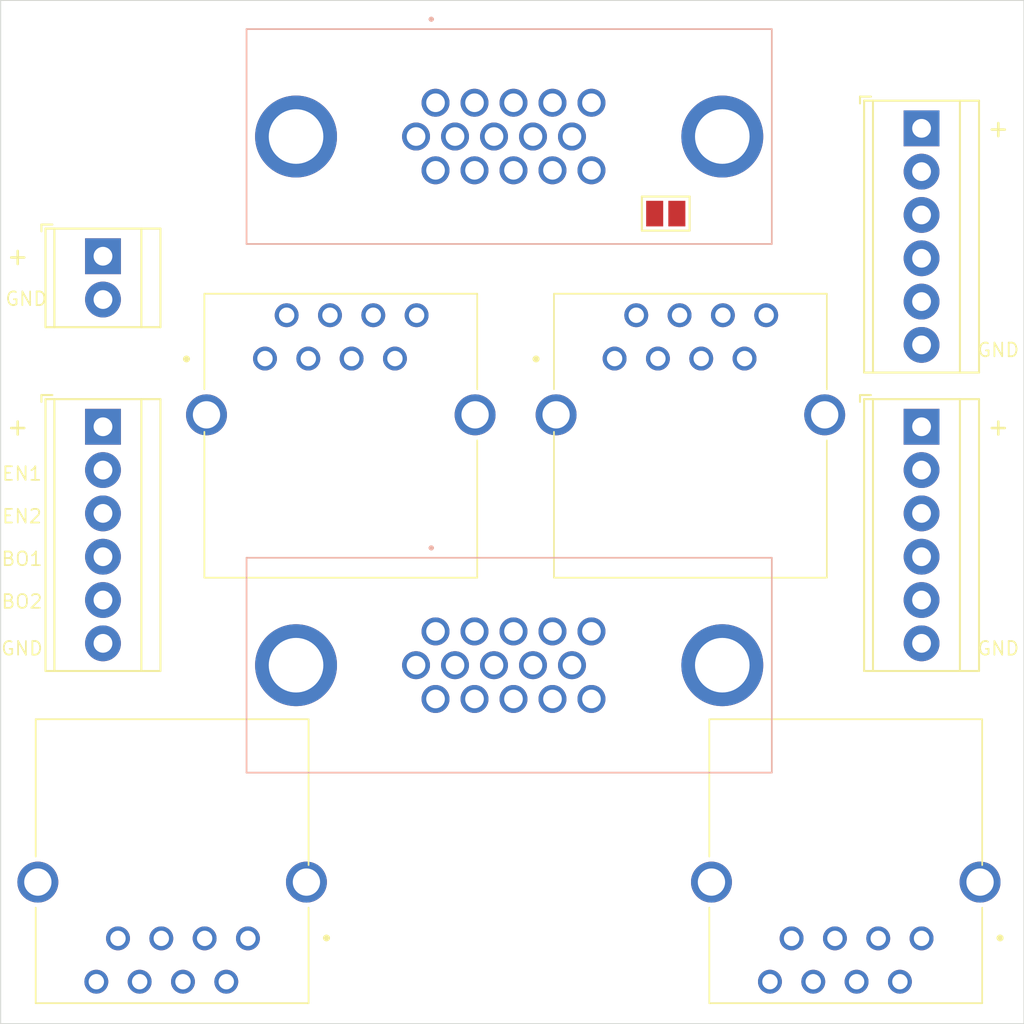
<source format=kicad_pcb>
(kicad_pcb (version 20171130) (host pcbnew "(5.1.7)-1")

  (general
    (thickness 1.6)
    (drawings 16)
    (tracks 0)
    (zones 0)
    (modules 11)
    (nets 31)
  )

  (page A4)
  (layers
    (0 F.Cu signal)
    (31 B.Cu signal)
    (32 B.Adhes user)
    (33 F.Adhes user)
    (34 B.Paste user)
    (35 F.Paste user)
    (36 B.SilkS user)
    (37 F.SilkS user)
    (38 B.Mask user)
    (39 F.Mask user)
    (40 Dwgs.User user)
    (41 Cmts.User user)
    (42 Eco1.User user)
    (43 Eco2.User user)
    (44 Edge.Cuts user)
    (45 Margin user)
    (46 B.CrtYd user)
    (47 F.CrtYd user)
    (48 B.Fab user)
    (49 F.Fab user hide)
  )

  (setup
    (last_trace_width 0.25)
    (trace_clearance 0.2)
    (zone_clearance 0.508)
    (zone_45_only no)
    (trace_min 0.2)
    (via_size 0.8)
    (via_drill 0.4)
    (via_min_size 0.4)
    (via_min_drill 0.3)
    (uvia_size 0.3)
    (uvia_drill 0.1)
    (uvias_allowed no)
    (uvia_min_size 0.2)
    (uvia_min_drill 0.1)
    (edge_width 0.05)
    (segment_width 0.2)
    (pcb_text_width 0.3)
    (pcb_text_size 1.5 1.5)
    (mod_edge_width 0.12)
    (mod_text_size 1 1)
    (mod_text_width 0.15)
    (pad_size 1.524 1.524)
    (pad_drill 0.762)
    (pad_to_mask_clearance 0)
    (aux_axis_origin 0 0)
    (visible_elements FFFFFF7F)
    (pcbplotparams
      (layerselection 0x010fc_ffffffff)
      (usegerberextensions false)
      (usegerberattributes true)
      (usegerberadvancedattributes true)
      (creategerberjobfile true)
      (excludeedgelayer true)
      (linewidth 0.100000)
      (plotframeref false)
      (viasonmask false)
      (mode 1)
      (useauxorigin false)
      (hpglpennumber 1)
      (hpglpenspeed 20)
      (hpglpendiameter 15.000000)
      (psnegative false)
      (psa4output false)
      (plotreference true)
      (plotvalue true)
      (plotinvisibletext false)
      (padsonsilk false)
      (subtractmaskfromsilk false)
      (outputformat 1)
      (mirror false)
      (drillshape 1)
      (scaleselection 1)
      (outputdirectory ""))
  )

  (net 0 "")
  (net 1 VIN)
  (net 2 GND)
  (net 3 USENS1)
  (net 4 USENS2)
  (net 5 DIN1)
  (net 6 DIN2)
  (net 7 DOUT4)
  (net 8 DOUT3)
  (net 9 DOUT2)
  (net 10 DOUT1)
  (net 11 BZZOUT2)
  (net 12 "Net-(J5-Pad12)")
  (net 13 "Net-(J5-Pad8)")
  (net 14 "Net-(J5-Pad7)")
  (net 15 EN2)
  (net 16 TXD2)
  (net 17 RXD2)
  (net 18 RXD1)
  (net 19 TXD1)
  (net 20 EN1)
  (net 21 CANLO)
  (net 22 CANHI)
  (net 23 CANTERM)
  (net 24 BZZOUT1)
  (net 25 "Net-(J7-Pad6)")
  (net 26 "Net-(J7-Pad5)")
  (net 27 "Net-(J9-Pad6)")
  (net 28 "Net-(J10-Pad5)")
  (net 29 "Net-(J10-Pad6)")
  (net 30 "Net-(J11-Pad6)")

  (net_class Default "This is the default net class."
    (clearance 0.2)
    (trace_width 0.25)
    (via_dia 0.8)
    (via_drill 0.4)
    (uvia_dia 0.3)
    (uvia_drill 0.1)
    (add_net BZZOUT1)
    (add_net BZZOUT2)
    (add_net CANHI)
    (add_net CANLO)
    (add_net CANTERM)
    (add_net DIN1)
    (add_net DIN2)
    (add_net DOUT1)
    (add_net DOUT2)
    (add_net DOUT3)
    (add_net DOUT4)
    (add_net EN1)
    (add_net EN2)
    (add_net GND)
    (add_net "Net-(J10-Pad5)")
    (add_net "Net-(J10-Pad6)")
    (add_net "Net-(J11-Pad6)")
    (add_net "Net-(J5-Pad12)")
    (add_net "Net-(J5-Pad7)")
    (add_net "Net-(J5-Pad8)")
    (add_net "Net-(J7-Pad5)")
    (add_net "Net-(J7-Pad6)")
    (add_net "Net-(J9-Pad6)")
    (add_net RXD1)
    (add_net RXD2)
    (add_net TXD1)
    (add_net TXD2)
    (add_net USENS1)
    (add_net USENS2)
    (add_net VIN)
  )

  (module TerminalBlock_TE-Connectivity:TerminalBlock_TE_282834-2_1x02_P2.54mm_Horizontal (layer F.Cu) (tedit 5B1EC513) (tstamp 60248123)
    (at 130.5 78 270)
    (descr "Terminal Block TE 282834-2, 2 pins, pitch 2.54mm, size 5.54x6.5mm^2, drill diamater 1.1mm, pad diameter 2.1mm, see http://www.te.com/commerce/DocumentDelivery/DDEController?Action=showdoc&DocId=Customer+Drawing%7F282834%7FC1%7Fpdf%7FEnglish%7FENG_CD_282834_C1.pdf, script-generated using https://github.com/pointhi/kicad-footprint-generator/scripts/TerminalBlock_TE-Connectivity")
    (tags "THT Terminal Block TE 282834-2 pitch 2.54mm size 5.54x6.5mm^2 drill 1.1mm pad 2.1mm")
    (path /601581C2)
    (fp_text reference J1 (at 1.27 -4.37 90) (layer F.Fab)
      (effects (font (size 1 1) (thickness 0.15)))
    )
    (fp_text value Screw_Terminal_01x02 (at 1.27 4.37 90) (layer F.Fab)
      (effects (font (size 1 1) (thickness 0.15)))
    )
    (fp_line (start 4.54 -3.75) (end -2 -3.75) (layer F.CrtYd) (width 0.05))
    (fp_line (start 4.54 3.75) (end 4.54 -3.75) (layer F.CrtYd) (width 0.05))
    (fp_line (start -2 3.75) (end 4.54 3.75) (layer F.CrtYd) (width 0.05))
    (fp_line (start -2 -3.75) (end -2 3.75) (layer F.CrtYd) (width 0.05))
    (fp_line (start -1.86 3.61) (end -1.46 3.61) (layer F.SilkS) (width 0.12))
    (fp_line (start -1.86 2.97) (end -1.86 3.61) (layer F.SilkS) (width 0.12))
    (fp_line (start 3.241 -0.835) (end 1.706 0.7) (layer F.Fab) (width 0.1))
    (fp_line (start 3.375 -0.7) (end 1.84 0.835) (layer F.Fab) (width 0.1))
    (fp_line (start 0.701 -0.835) (end -0.835 0.7) (layer F.Fab) (width 0.1))
    (fp_line (start 0.835 -0.7) (end -0.701 0.835) (layer F.Fab) (width 0.1))
    (fp_line (start 4.16 -3.37) (end 4.16 3.37) (layer F.SilkS) (width 0.12))
    (fp_line (start -1.62 -3.37) (end -1.62 3.37) (layer F.SilkS) (width 0.12))
    (fp_line (start -1.62 3.37) (end 4.16 3.37) (layer F.SilkS) (width 0.12))
    (fp_line (start -1.62 -3.37) (end 4.16 -3.37) (layer F.SilkS) (width 0.12))
    (fp_line (start -1.62 -2.25) (end 4.16 -2.25) (layer F.SilkS) (width 0.12))
    (fp_line (start -1.5 -2.25) (end 4.04 -2.25) (layer F.Fab) (width 0.1))
    (fp_line (start -1.62 2.85) (end 4.16 2.85) (layer F.SilkS) (width 0.12))
    (fp_line (start -1.5 2.85) (end 4.04 2.85) (layer F.Fab) (width 0.1))
    (fp_line (start -1.5 2.85) (end -1.5 -3.25) (layer F.Fab) (width 0.1))
    (fp_line (start -1.1 3.25) (end -1.5 2.85) (layer F.Fab) (width 0.1))
    (fp_line (start 4.04 3.25) (end -1.1 3.25) (layer F.Fab) (width 0.1))
    (fp_line (start 4.04 -3.25) (end 4.04 3.25) (layer F.Fab) (width 0.1))
    (fp_line (start -1.5 -3.25) (end 4.04 -3.25) (layer F.Fab) (width 0.1))
    (fp_circle (center 2.54 0) (end 3.64 0) (layer F.Fab) (width 0.1))
    (fp_circle (center 0 0) (end 1.1 0) (layer F.Fab) (width 0.1))
    (fp_text user %R (at 1.27 2 90) (layer F.Fab)
      (effects (font (size 1 1) (thickness 0.15)))
    )
    (pad 1 thru_hole rect (at 0 0 270) (size 2.1 2.1) (drill 1.1) (layers *.Cu *.Mask)
      (net 1 VIN))
    (pad 2 thru_hole circle (at 2.54 0 270) (size 2.1 2.1) (drill 1.1) (layers *.Cu *.Mask)
      (net 2 GND))
    (model ${KISYS3DMOD}/TerminalBlock_TE-Connectivity.3dshapes/TerminalBlock_TE_282834-2_1x02_P2.54mm_Horizontal.wrl
      (at (xyz 0 0 0))
      (scale (xyz 1 1 1))
      (rotate (xyz 0 0 0))
    )
  )

  (module TerminalBlock_TE-Connectivity:TerminalBlock_TE_282834-6_1x06_P2.54mm_Horizontal (layer F.Cu) (tedit 5B1EC513) (tstamp 60248153)
    (at 178.5 70.5 270)
    (descr "Terminal Block TE 282834-6, 6 pins, pitch 2.54mm, size 15.7x6.5mm^2, drill diamater 1.1mm, pad diameter 2.1mm, see http://www.te.com/commerce/DocumentDelivery/DDEController?Action=showdoc&DocId=Customer+Drawing%7F282834%7FC1%7Fpdf%7FEnglish%7FENG_CD_282834_C1.pdf, script-generated using https://github.com/pointhi/kicad-footprint-generator/scripts/TerminalBlock_TE-Connectivity")
    (tags "THT Terminal Block TE 282834-6 pitch 2.54mm size 15.7x6.5mm^2 drill 1.1mm pad 2.1mm")
    (path /6017BCBD)
    (fp_text reference J3 (at 6.35 -4.37 90) (layer F.Fab)
      (effects (font (size 1 1) (thickness 0.15)))
    )
    (fp_text value Screw_Terminal_01x06 (at 6.35 4.37 90) (layer F.Fab)
      (effects (font (size 1 1) (thickness 0.15)))
    )
    (fp_line (start 14.7 -3.75) (end -2 -3.75) (layer F.CrtYd) (width 0.05))
    (fp_line (start 14.7 3.75) (end 14.7 -3.75) (layer F.CrtYd) (width 0.05))
    (fp_line (start -2 3.75) (end 14.7 3.75) (layer F.CrtYd) (width 0.05))
    (fp_line (start -2 -3.75) (end -2 3.75) (layer F.CrtYd) (width 0.05))
    (fp_line (start -1.86 3.61) (end -1.46 3.61) (layer F.SilkS) (width 0.12))
    (fp_line (start -1.86 2.97) (end -1.86 3.61) (layer F.SilkS) (width 0.12))
    (fp_line (start 13.401 -0.835) (end 11.866 0.7) (layer F.Fab) (width 0.1))
    (fp_line (start 13.535 -0.7) (end 12 0.835) (layer F.Fab) (width 0.1))
    (fp_line (start 10.861 -0.835) (end 9.326 0.7) (layer F.Fab) (width 0.1))
    (fp_line (start 10.995 -0.7) (end 9.46 0.835) (layer F.Fab) (width 0.1))
    (fp_line (start 8.321 -0.835) (end 6.786 0.7) (layer F.Fab) (width 0.1))
    (fp_line (start 8.455 -0.7) (end 6.92 0.835) (layer F.Fab) (width 0.1))
    (fp_line (start 5.781 -0.835) (end 4.246 0.7) (layer F.Fab) (width 0.1))
    (fp_line (start 5.915 -0.7) (end 4.38 0.835) (layer F.Fab) (width 0.1))
    (fp_line (start 3.241 -0.835) (end 1.706 0.7) (layer F.Fab) (width 0.1))
    (fp_line (start 3.375 -0.7) (end 1.84 0.835) (layer F.Fab) (width 0.1))
    (fp_line (start 0.701 -0.835) (end -0.835 0.7) (layer F.Fab) (width 0.1))
    (fp_line (start 0.835 -0.7) (end -0.701 0.835) (layer F.Fab) (width 0.1))
    (fp_line (start 14.32 -3.37) (end 14.32 3.37) (layer F.SilkS) (width 0.12))
    (fp_line (start -1.62 -3.37) (end -1.62 3.37) (layer F.SilkS) (width 0.12))
    (fp_line (start -1.62 3.37) (end 14.32 3.37) (layer F.SilkS) (width 0.12))
    (fp_line (start -1.62 -3.37) (end 14.32 -3.37) (layer F.SilkS) (width 0.12))
    (fp_line (start -1.62 -2.25) (end 14.32 -2.25) (layer F.SilkS) (width 0.12))
    (fp_line (start -1.5 -2.25) (end 14.2 -2.25) (layer F.Fab) (width 0.1))
    (fp_line (start -1.62 2.85) (end 14.32 2.85) (layer F.SilkS) (width 0.12))
    (fp_line (start -1.5 2.85) (end 14.2 2.85) (layer F.Fab) (width 0.1))
    (fp_line (start -1.5 2.85) (end -1.5 -3.25) (layer F.Fab) (width 0.1))
    (fp_line (start -1.1 3.25) (end -1.5 2.85) (layer F.Fab) (width 0.1))
    (fp_line (start 14.2 3.25) (end -1.1 3.25) (layer F.Fab) (width 0.1))
    (fp_line (start 14.2 -3.25) (end 14.2 3.25) (layer F.Fab) (width 0.1))
    (fp_line (start -1.5 -3.25) (end 14.2 -3.25) (layer F.Fab) (width 0.1))
    (fp_circle (center 12.7 0) (end 13.8 0) (layer F.Fab) (width 0.1))
    (fp_circle (center 10.16 0) (end 11.26 0) (layer F.Fab) (width 0.1))
    (fp_circle (center 7.62 0) (end 8.72 0) (layer F.Fab) (width 0.1))
    (fp_circle (center 5.08 0) (end 6.18 0) (layer F.Fab) (width 0.1))
    (fp_circle (center 2.54 0) (end 3.64 0) (layer F.Fab) (width 0.1))
    (fp_circle (center 0 0) (end 1.1 0) (layer F.Fab) (width 0.1))
    (fp_text user %R (at 6.35 2 90) (layer F.Fab)
      (effects (font (size 1 1) (thickness 0.15)))
    )
    (pad 1 thru_hole rect (at 0 0 270) (size 2.1 2.1) (drill 1.1) (layers *.Cu *.Mask)
      (net 1 VIN))
    (pad 2 thru_hole circle (at 2.54 0 270) (size 2.1 2.1) (drill 1.1) (layers *.Cu *.Mask)
      (net 3 USENS1))
    (pad 3 thru_hole circle (at 5.08 0 270) (size 2.1 2.1) (drill 1.1) (layers *.Cu *.Mask)
      (net 4 USENS2))
    (pad 4 thru_hole circle (at 7.62 0 270) (size 2.1 2.1) (drill 1.1) (layers *.Cu *.Mask)
      (net 5 DIN1))
    (pad 5 thru_hole circle (at 10.16 0 270) (size 2.1 2.1) (drill 1.1) (layers *.Cu *.Mask)
      (net 6 DIN2))
    (pad 6 thru_hole circle (at 12.7 0 270) (size 2.1 2.1) (drill 1.1) (layers *.Cu *.Mask)
      (net 2 GND))
    (model ${KISYS3DMOD}/TerminalBlock_TE-Connectivity.3dshapes/TerminalBlock_TE_282834-6_1x06_P2.54mm_Horizontal.wrl
      (at (xyz 0 0 0))
      (scale (xyz 1 1 1))
      (rotate (xyz 0 0 0))
    )
  )

  (module TerminalBlock_TE-Connectivity:TerminalBlock_TE_282834-6_1x06_P2.54mm_Horizontal (layer F.Cu) (tedit 5B1EC513) (tstamp 60248183)
    (at 178.5 88 270)
    (descr "Terminal Block TE 282834-6, 6 pins, pitch 2.54mm, size 15.7x6.5mm^2, drill diamater 1.1mm, pad diameter 2.1mm, see http://www.te.com/commerce/DocumentDelivery/DDEController?Action=showdoc&DocId=Customer+Drawing%7F282834%7FC1%7Fpdf%7FEnglish%7FENG_CD_282834_C1.pdf, script-generated using https://github.com/pointhi/kicad-footprint-generator/scripts/TerminalBlock_TE-Connectivity")
    (tags "THT Terminal Block TE 282834-6 pitch 2.54mm size 15.7x6.5mm^2 drill 1.1mm pad 2.1mm")
    (path /6017CC42)
    (fp_text reference J4 (at 6.35 -4.37 90) (layer F.Fab)
      (effects (font (size 1 1) (thickness 0.15)))
    )
    (fp_text value Screw_Terminal_01x06 (at 6.35 4.37 90) (layer F.Fab)
      (effects (font (size 1 1) (thickness 0.15)))
    )
    (fp_text user %R (at 6.35 2 90) (layer F.Fab)
      (effects (font (size 1 1) (thickness 0.15)))
    )
    (fp_circle (center 0 0) (end 1.1 0) (layer F.Fab) (width 0.1))
    (fp_circle (center 2.54 0) (end 3.64 0) (layer F.Fab) (width 0.1))
    (fp_circle (center 5.08 0) (end 6.18 0) (layer F.Fab) (width 0.1))
    (fp_circle (center 7.62 0) (end 8.72 0) (layer F.Fab) (width 0.1))
    (fp_circle (center 10.16 0) (end 11.26 0) (layer F.Fab) (width 0.1))
    (fp_circle (center 12.7 0) (end 13.8 0) (layer F.Fab) (width 0.1))
    (fp_line (start -1.5 -3.25) (end 14.2 -3.25) (layer F.Fab) (width 0.1))
    (fp_line (start 14.2 -3.25) (end 14.2 3.25) (layer F.Fab) (width 0.1))
    (fp_line (start 14.2 3.25) (end -1.1 3.25) (layer F.Fab) (width 0.1))
    (fp_line (start -1.1 3.25) (end -1.5 2.85) (layer F.Fab) (width 0.1))
    (fp_line (start -1.5 2.85) (end -1.5 -3.25) (layer F.Fab) (width 0.1))
    (fp_line (start -1.5 2.85) (end 14.2 2.85) (layer F.Fab) (width 0.1))
    (fp_line (start -1.62 2.85) (end 14.32 2.85) (layer F.SilkS) (width 0.12))
    (fp_line (start -1.5 -2.25) (end 14.2 -2.25) (layer F.Fab) (width 0.1))
    (fp_line (start -1.62 -2.25) (end 14.32 -2.25) (layer F.SilkS) (width 0.12))
    (fp_line (start -1.62 -3.37) (end 14.32 -3.37) (layer F.SilkS) (width 0.12))
    (fp_line (start -1.62 3.37) (end 14.32 3.37) (layer F.SilkS) (width 0.12))
    (fp_line (start -1.62 -3.37) (end -1.62 3.37) (layer F.SilkS) (width 0.12))
    (fp_line (start 14.32 -3.37) (end 14.32 3.37) (layer F.SilkS) (width 0.12))
    (fp_line (start 0.835 -0.7) (end -0.701 0.835) (layer F.Fab) (width 0.1))
    (fp_line (start 0.701 -0.835) (end -0.835 0.7) (layer F.Fab) (width 0.1))
    (fp_line (start 3.375 -0.7) (end 1.84 0.835) (layer F.Fab) (width 0.1))
    (fp_line (start 3.241 -0.835) (end 1.706 0.7) (layer F.Fab) (width 0.1))
    (fp_line (start 5.915 -0.7) (end 4.38 0.835) (layer F.Fab) (width 0.1))
    (fp_line (start 5.781 -0.835) (end 4.246 0.7) (layer F.Fab) (width 0.1))
    (fp_line (start 8.455 -0.7) (end 6.92 0.835) (layer F.Fab) (width 0.1))
    (fp_line (start 8.321 -0.835) (end 6.786 0.7) (layer F.Fab) (width 0.1))
    (fp_line (start 10.995 -0.7) (end 9.46 0.835) (layer F.Fab) (width 0.1))
    (fp_line (start 10.861 -0.835) (end 9.326 0.7) (layer F.Fab) (width 0.1))
    (fp_line (start 13.535 -0.7) (end 12 0.835) (layer F.Fab) (width 0.1))
    (fp_line (start 13.401 -0.835) (end 11.866 0.7) (layer F.Fab) (width 0.1))
    (fp_line (start -1.86 2.97) (end -1.86 3.61) (layer F.SilkS) (width 0.12))
    (fp_line (start -1.86 3.61) (end -1.46 3.61) (layer F.SilkS) (width 0.12))
    (fp_line (start -2 -3.75) (end -2 3.75) (layer F.CrtYd) (width 0.05))
    (fp_line (start -2 3.75) (end 14.7 3.75) (layer F.CrtYd) (width 0.05))
    (fp_line (start 14.7 3.75) (end 14.7 -3.75) (layer F.CrtYd) (width 0.05))
    (fp_line (start 14.7 -3.75) (end -2 -3.75) (layer F.CrtYd) (width 0.05))
    (pad 6 thru_hole circle (at 12.7 0 270) (size 2.1 2.1) (drill 1.1) (layers *.Cu *.Mask)
      (net 2 GND))
    (pad 5 thru_hole circle (at 10.16 0 270) (size 2.1 2.1) (drill 1.1) (layers *.Cu *.Mask)
      (net 7 DOUT4))
    (pad 4 thru_hole circle (at 7.62 0 270) (size 2.1 2.1) (drill 1.1) (layers *.Cu *.Mask)
      (net 8 DOUT3))
    (pad 3 thru_hole circle (at 5.08 0 270) (size 2.1 2.1) (drill 1.1) (layers *.Cu *.Mask)
      (net 9 DOUT2))
    (pad 2 thru_hole circle (at 2.54 0 270) (size 2.1 2.1) (drill 1.1) (layers *.Cu *.Mask)
      (net 10 DOUT1))
    (pad 1 thru_hole rect (at 0 0 270) (size 2.1 2.1) (drill 1.1) (layers *.Cu *.Mask)
      (net 1 VIN))
    (model ${KISYS3DMOD}/TerminalBlock_TE-Connectivity.3dshapes/TerminalBlock_TE_282834-6_1x06_P2.54mm_Horizontal.wrl
      (at (xyz 0 0 0))
      (scale (xyz 1 1 1))
      (rotate (xyz 0 0 0))
    )
  )

  (module 180015213R911 (layer B.Cu) (tedit 0) (tstamp 602481AB)
    (at 150 100 180)
    (descr 180-015-213R911-1)
    (tags Connector)
    (path /6025E200)
    (fp_text reference J5 (at -4.318 -1.666) (layer B.Fab)
      (effects (font (size 1.27 1.27) (thickness 0.254)) (justify mirror))
    )
    (fp_text value 180-015-213R911 (at -4.318 -1.666) (layer B.SilkS) hide
      (effects (font (size 1.27 1.27) (thickness 0.254)) (justify mirror))
    )
    (fp_arc (start 0.25 4.9) (end 0.2 4.9) (angle 180) (layer B.SilkS) (width 0.2))
    (fp_arc (start 0.25 4.9) (end 0.3 4.9) (angle 180) (layer B.SilkS) (width 0.2))
    (fp_arc (start 0.25 4.9) (end 0.2 4.9) (angle 180) (layer B.SilkS) (width 0.2))
    (fp_text user %R (at -4.318 -1.666) (layer B.Fab)
      (effects (font (size 1.27 1.27) (thickness 0.254)) (justify mirror))
    )
    (fp_line (start -19.718 -8.281) (end 11.082 -8.281) (layer B.Fab) (width 0.2))
    (fp_line (start 11.082 -8.281) (end 11.082 4.319) (layer B.Fab) (width 0.2))
    (fp_line (start 11.082 4.319) (end -19.718 4.319) (layer B.Fab) (width 0.2))
    (fp_line (start -19.718 4.319) (end -19.718 -8.281) (layer B.Fab) (width 0.2))
    (fp_line (start -19.718 4.319) (end 11.082 4.319) (layer B.SilkS) (width 0.1))
    (fp_line (start 11.082 4.319) (end 11.082 -8.281) (layer B.SilkS) (width 0.1))
    (fp_line (start 11.082 -8.281) (end -19.718 -8.281) (layer B.SilkS) (width 0.1))
    (fp_line (start -19.718 -8.281) (end -19.718 4.319) (layer B.SilkS) (width 0.1))
    (fp_line (start -20.718 5.95) (end 12.082 5.95) (layer B.CrtYd) (width 0.1))
    (fp_line (start 12.082 5.95) (end 12.082 -9.281) (layer B.CrtYd) (width 0.1))
    (fp_line (start 12.082 -9.281) (end -20.718 -9.281) (layer B.CrtYd) (width 0.1))
    (fp_line (start -20.718 -9.281) (end -20.718 5.95) (layer B.CrtYd) (width 0.1))
    (fp_line (start 0.2 4.9) (end 0.2 4.9) (layer B.SilkS) (width 0.2))
    (fp_line (start 0.3 4.9) (end 0.3 4.9) (layer B.SilkS) (width 0.2))
    (fp_line (start 0.2 4.9) (end 0.2 4.9) (layer B.SilkS) (width 0.2))
    (pad MH2 thru_hole circle (at -16.815 -1.981 180) (size 4.801 4.801) (drill 3.2004) (layers *.Cu *.Mask)
      (net 2 GND))
    (pad MH1 thru_hole circle (at 8.179 -1.981 180) (size 4.801 4.801) (drill 3.2004) (layers *.Cu *.Mask)
      (net 2 GND))
    (pad 15 thru_hole circle (at -9.144 -3.962 180) (size 1.638 1.638) (drill 1.0922) (layers *.Cu *.Mask)
      (net 11 BZZOUT2))
    (pad 14 thru_hole circle (at -6.858 -3.962 180) (size 1.638 1.638) (drill 1.0922) (layers *.Cu *.Mask)
      (net 2 GND))
    (pad 13 thru_hole circle (at -4.572 -3.962 180) (size 1.638 1.638) (drill 1.0922) (layers *.Cu *.Mask)
      (net 6 DIN2))
    (pad 12 thru_hole circle (at -2.286 -3.962 180) (size 1.638 1.638) (drill 1.0922) (layers *.Cu *.Mask)
      (net 12 "Net-(J5-Pad12)"))
    (pad 11 thru_hole circle (at 0 -3.962 180) (size 1.638 1.638) (drill 1.0922) (layers *.Cu *.Mask)
      (net 4 USENS2))
    (pad 10 thru_hole circle (at -8.001 -1.981 180) (size 1.638 1.638) (drill 1.0922) (layers *.Cu *.Mask)
      (net 7 DOUT4))
    (pad 9 thru_hole circle (at -5.715 -1.981 180) (size 1.638 1.638) (drill 1.0922) (layers *.Cu *.Mask)
      (net 8 DOUT3))
    (pad 8 thru_hole circle (at -3.429 -1.981 180) (size 1.638 1.638) (drill 1.0922) (layers *.Cu *.Mask)
      (net 13 "Net-(J5-Pad8)"))
    (pad 7 thru_hole circle (at -1.143 -1.981 180) (size 1.638 1.638) (drill 1.0922) (layers *.Cu *.Mask)
      (net 14 "Net-(J5-Pad7)"))
    (pad 6 thru_hole circle (at 1.143 -1.981 180) (size 1.638 1.638) (drill 1.0922) (layers *.Cu *.Mask)
      (net 1 VIN))
    (pad 5 thru_hole circle (at -9.144 0 180) (size 1.638 1.638) (drill 1.0922) (layers *.Cu *.Mask)
      (net 2 GND))
    (pad 4 thru_hole circle (at -6.858 0 180) (size 1.638 1.638) (drill 1.0922) (layers *.Cu *.Mask)
      (net 15 EN2))
    (pad 3 thru_hole circle (at -4.572 0 180) (size 1.638 1.638) (drill 1.0922) (layers *.Cu *.Mask)
      (net 16 TXD2))
    (pad 2 thru_hole circle (at -2.286 0 180) (size 1.638 1.638) (drill 1.0922) (layers *.Cu *.Mask)
      (net 17 RXD2))
    (pad 1 thru_hole circle (at 0 0 180) (size 1.638 1.638) (drill 1.0922) (layers *.Cu *.Mask)
      (net 1 VIN))
    (model C:\Users\mbetz\Documents\privat\kicad\libraries\SamacSys_Parts.3dshapes\180-015-213R911.stp
      (at (xyz 0 0 0))
      (scale (xyz 1 1 1))
      (rotate (xyz 0 0 0))
    )
  )

  (module 180015213R911 (layer B.Cu) (tedit 0) (tstamp 602481D3)
    (at 150 69 180)
    (descr 180-015-213R911-1)
    (tags Connector)
    (path /6025C66D)
    (fp_text reference J6 (at -4.318 -1.666) (layer B.Fab)
      (effects (font (size 1.27 1.27) (thickness 0.254)) (justify mirror))
    )
    (fp_text value 180-015-213R911 (at -4.318 -1.666) (layer B.SilkS) hide
      (effects (font (size 1.27 1.27) (thickness 0.254)) (justify mirror))
    )
    (fp_line (start 0.2 4.9) (end 0.2 4.9) (layer B.SilkS) (width 0.2))
    (fp_line (start 0.3 4.9) (end 0.3 4.9) (layer B.SilkS) (width 0.2))
    (fp_line (start 0.2 4.9) (end 0.2 4.9) (layer B.SilkS) (width 0.2))
    (fp_line (start -20.718 -9.281) (end -20.718 5.95) (layer B.CrtYd) (width 0.1))
    (fp_line (start 12.082 -9.281) (end -20.718 -9.281) (layer B.CrtYd) (width 0.1))
    (fp_line (start 12.082 5.95) (end 12.082 -9.281) (layer B.CrtYd) (width 0.1))
    (fp_line (start -20.718 5.95) (end 12.082 5.95) (layer B.CrtYd) (width 0.1))
    (fp_line (start -19.718 -8.281) (end -19.718 4.319) (layer B.SilkS) (width 0.1))
    (fp_line (start 11.082 -8.281) (end -19.718 -8.281) (layer B.SilkS) (width 0.1))
    (fp_line (start 11.082 4.319) (end 11.082 -8.281) (layer B.SilkS) (width 0.1))
    (fp_line (start -19.718 4.319) (end 11.082 4.319) (layer B.SilkS) (width 0.1))
    (fp_line (start -19.718 4.319) (end -19.718 -8.281) (layer B.Fab) (width 0.2))
    (fp_line (start 11.082 4.319) (end -19.718 4.319) (layer B.Fab) (width 0.2))
    (fp_line (start 11.082 -8.281) (end 11.082 4.319) (layer B.Fab) (width 0.2))
    (fp_line (start -19.718 -8.281) (end 11.082 -8.281) (layer B.Fab) (width 0.2))
    (fp_text user %R (at -4.318 -1.666) (layer B.Fab)
      (effects (font (size 1.27 1.27) (thickness 0.254)) (justify mirror))
    )
    (fp_arc (start 0.25 4.9) (end 0.2 4.9) (angle 180) (layer B.SilkS) (width 0.2))
    (fp_arc (start 0.25 4.9) (end 0.3 4.9) (angle 180) (layer B.SilkS) (width 0.2))
    (fp_arc (start 0.25 4.9) (end 0.2 4.9) (angle 180) (layer B.SilkS) (width 0.2))
    (pad 1 thru_hole circle (at 0 0 180) (size 1.638 1.638) (drill 1.0922) (layers *.Cu *.Mask)
      (net 1 VIN))
    (pad 2 thru_hole circle (at -2.286 0 180) (size 1.638 1.638) (drill 1.0922) (layers *.Cu *.Mask)
      (net 18 RXD1))
    (pad 3 thru_hole circle (at -4.572 0 180) (size 1.638 1.638) (drill 1.0922) (layers *.Cu *.Mask)
      (net 19 TXD1))
    (pad 4 thru_hole circle (at -6.858 0 180) (size 1.638 1.638) (drill 1.0922) (layers *.Cu *.Mask)
      (net 20 EN1))
    (pad 5 thru_hole circle (at -9.144 0 180) (size 1.638 1.638) (drill 1.0922) (layers *.Cu *.Mask)
      (net 2 GND))
    (pad 6 thru_hole circle (at 1.143 -1.981 180) (size 1.638 1.638) (drill 1.0922) (layers *.Cu *.Mask)
      (net 1 VIN))
    (pad 7 thru_hole circle (at -1.143 -1.981 180) (size 1.638 1.638) (drill 1.0922) (layers *.Cu *.Mask)
      (net 21 CANLO))
    (pad 8 thru_hole circle (at -3.429 -1.981 180) (size 1.638 1.638) (drill 1.0922) (layers *.Cu *.Mask)
      (net 22 CANHI))
    (pad 9 thru_hole circle (at -5.715 -1.981 180) (size 1.638 1.638) (drill 1.0922) (layers *.Cu *.Mask)
      (net 10 DOUT1))
    (pad 10 thru_hole circle (at -8.001 -1.981 180) (size 1.638 1.638) (drill 1.0922) (layers *.Cu *.Mask)
      (net 9 DOUT2))
    (pad 11 thru_hole circle (at 0 -3.962 180) (size 1.638 1.638) (drill 1.0922) (layers *.Cu *.Mask)
      (net 3 USENS1))
    (pad 12 thru_hole circle (at -2.286 -3.962 180) (size 1.638 1.638) (drill 1.0922) (layers *.Cu *.Mask)
      (net 23 CANTERM))
    (pad 13 thru_hole circle (at -4.572 -3.962 180) (size 1.638 1.638) (drill 1.0922) (layers *.Cu *.Mask)
      (net 5 DIN1))
    (pad 14 thru_hole circle (at -6.858 -3.962 180) (size 1.638 1.638) (drill 1.0922) (layers *.Cu *.Mask)
      (net 2 GND))
    (pad 15 thru_hole circle (at -9.144 -3.962 180) (size 1.638 1.638) (drill 1.0922) (layers *.Cu *.Mask)
      (net 24 BZZOUT1))
    (pad MH1 thru_hole circle (at 8.179 -1.981 180) (size 4.801 4.801) (drill 3.2004) (layers *.Cu *.Mask)
      (net 2 GND))
    (pad MH2 thru_hole circle (at -16.815 -1.981 180) (size 4.801 4.801) (drill 3.2004) (layers *.Cu *.Mask)
      (net 2 GND))
    (model C:\Users\mbetz\Documents\privat\kicad\libraries\SamacSys_Parts.3dshapes\180-015-213R911.stp
      (at (xyz 0 0 0))
      (scale (xyz 1 1 1))
      (rotate (xyz 0 0 0))
    )
  )

  (module 615008140421 (layer F.Cu) (tedit 0) (tstamp 602481F6)
    (at 139 118 180)
    (descr 615008140421-1)
    (tags Connector)
    (path /60262787)
    (fp_text reference J7 (at 4.232 4.524) (layer F.Fab)
      (effects (font (size 1.27 1.27) (thickness 0.254)))
    )
    (fp_text value 615008140421 (at 4.232 4.524) (layer F.SilkS) hide
      (effects (font (size 1.27 1.27) (thickness 0.254)))
    )
    (fp_arc (start -4.605 0.024) (end -4.655 0.024) (angle -180) (layer F.SilkS) (width 0.3))
    (fp_arc (start -4.605 0.024) (end -4.555 0.024) (angle -180) (layer F.SilkS) (width 0.3))
    (fp_text user %R (at 4.232 4.524) (layer F.Fab)
      (effects (font (size 1.27 1.27) (thickness 0.254)))
    )
    (fp_line (start -3.555 -3.801) (end 12.445 -3.801) (layer F.Fab) (width 0.2))
    (fp_line (start 12.445 -3.801) (end 12.445 12.849) (layer F.Fab) (width 0.2))
    (fp_line (start 12.445 12.849) (end -3.555 12.849) (layer F.Fab) (width 0.2))
    (fp_line (start -3.555 12.849) (end -3.555 -3.801) (layer F.Fab) (width 0.2))
    (fp_line (start -5.655 -4.801) (end 14.12 -4.801) (layer F.CrtYd) (width 0.1))
    (fp_line (start 14.12 -4.801) (end 14.12 13.849) (layer F.CrtYd) (width 0.1))
    (fp_line (start 14.12 13.849) (end -5.655 13.849) (layer F.CrtYd) (width 0.1))
    (fp_line (start -5.655 13.849) (end -5.655 -4.801) (layer F.CrtYd) (width 0.1))
    (fp_line (start -3.555 1.8) (end -3.555 -3.801) (layer F.SilkS) (width 0.1))
    (fp_line (start -3.555 -3.801) (end 12.445 -3.801) (layer F.SilkS) (width 0.1))
    (fp_line (start 12.445 -3.801) (end 12.445 1.8) (layer F.SilkS) (width 0.1))
    (fp_line (start -3.555 4.3) (end -3.555 12.849) (layer F.SilkS) (width 0.1))
    (fp_line (start -3.555 12.849) (end 12.445 12.849) (layer F.SilkS) (width 0.1))
    (fp_line (start 12.445 12.849) (end 12.445 4.8) (layer F.SilkS) (width 0.1))
    (fp_line (start -4.555 0.024) (end -4.555 0.024) (layer F.SilkS) (width 0.3))
    (fp_line (start -4.655 0.024) (end -4.655 0.024) (layer F.SilkS) (width 0.3))
    (pad MH4 np_thru_hole circle (at 10.16 6.35 180) (size 3.17 0) (drill 3.17) (layers *.Cu *.Mask))
    (pad MH3 np_thru_hole circle (at -1.27 6.35 180) (size 3.17 0) (drill 3.17) (layers *.Cu *.Mask))
    (pad MH2 thru_hole circle (at 12.32 3.3 180) (size 2.4 2.4) (drill 1.6) (layers *.Cu *.Mask)
      (net 2 GND))
    (pad MH1 thru_hole circle (at -3.43 3.3 180) (size 2.4 2.4) (drill 1.6) (layers *.Cu *.Mask)
      (net 2 GND))
    (pad 8 thru_hole circle (at 8.89 -2.54 180) (size 1.4 1.4) (drill 0.9) (layers *.Cu *.Mask)
      (net 1 VIN))
    (pad 7 thru_hole circle (at 7.62 0 180) (size 1.4 1.4) (drill 0.9) (layers *.Cu *.Mask)
      (net 1 VIN))
    (pad 6 thru_hole circle (at 6.35 -2.54 180) (size 1.4 1.4) (drill 0.9) (layers *.Cu *.Mask)
      (net 25 "Net-(J7-Pad6)"))
    (pad 5 thru_hole circle (at 5.08 0 180) (size 1.4 1.4) (drill 0.9) (layers *.Cu *.Mask)
      (net 26 "Net-(J7-Pad5)"))
    (pad 4 thru_hole circle (at 3.81 -2.54 180) (size 1.4 1.4) (drill 0.9) (layers *.Cu *.Mask)
      (net 18 RXD1))
    (pad 3 thru_hole circle (at 2.54 0 180) (size 1.4 1.4) (drill 0.9) (layers *.Cu *.Mask)
      (net 19 TXD1))
    (pad 2 thru_hole circle (at 1.27 -2.54 180) (size 1.4 1.4) (drill 0.9) (layers *.Cu *.Mask)
      (net 2 GND))
    (pad 1 thru_hole circle (at 0 0 180) (size 1.4 1.4) (drill 0.9) (layers *.Cu *.Mask)
      (net 2 GND))
    (model C:\Users\mbetz\Documents\privat\kicad\libraries\SamacSys_Parts.3dshapes\615008140421.stp
      (at (xyz 0 0 0))
      (scale (xyz 1 1 1))
      (rotate (xyz 0 0 0))
    )
  )

  (module TerminalBlock_TE-Connectivity:TerminalBlock_TE_282834-6_1x06_P2.54mm_Horizontal (layer F.Cu) (tedit 5B1EC513) (tstamp 60248226)
    (at 130.5 88 270)
    (descr "Terminal Block TE 282834-6, 6 pins, pitch 2.54mm, size 15.7x6.5mm^2, drill diamater 1.1mm, pad diameter 2.1mm, see http://www.te.com/commerce/DocumentDelivery/DDEController?Action=showdoc&DocId=Customer+Drawing%7F282834%7FC1%7Fpdf%7FEnglish%7FENG_CD_282834_C1.pdf, script-generated using https://github.com/pointhi/kicad-footprint-generator/scripts/TerminalBlock_TE-Connectivity")
    (tags "THT Terminal Block TE 282834-6 pitch 2.54mm size 15.7x6.5mm^2 drill 1.1mm pad 2.1mm")
    (path /60182996)
    (fp_text reference J8 (at 6.35 -4.37 90) (layer F.Fab)
      (effects (font (size 1 1) (thickness 0.15)))
    )
    (fp_text value Screw_Terminal_01x06 (at 6.35 4.37 90) (layer F.Fab)
      (effects (font (size 1 1) (thickness 0.15)))
    )
    (fp_line (start 14.7 -3.75) (end -2 -3.75) (layer F.CrtYd) (width 0.05))
    (fp_line (start 14.7 3.75) (end 14.7 -3.75) (layer F.CrtYd) (width 0.05))
    (fp_line (start -2 3.75) (end 14.7 3.75) (layer F.CrtYd) (width 0.05))
    (fp_line (start -2 -3.75) (end -2 3.75) (layer F.CrtYd) (width 0.05))
    (fp_line (start -1.86 3.61) (end -1.46 3.61) (layer F.SilkS) (width 0.12))
    (fp_line (start -1.86 2.97) (end -1.86 3.61) (layer F.SilkS) (width 0.12))
    (fp_line (start 13.401 -0.835) (end 11.866 0.7) (layer F.Fab) (width 0.1))
    (fp_line (start 13.535 -0.7) (end 12 0.835) (layer F.Fab) (width 0.1))
    (fp_line (start 10.861 -0.835) (end 9.326 0.7) (layer F.Fab) (width 0.1))
    (fp_line (start 10.995 -0.7) (end 9.46 0.835) (layer F.Fab) (width 0.1))
    (fp_line (start 8.321 -0.835) (end 6.786 0.7) (layer F.Fab) (width 0.1))
    (fp_line (start 8.455 -0.7) (end 6.92 0.835) (layer F.Fab) (width 0.1))
    (fp_line (start 5.781 -0.835) (end 4.246 0.7) (layer F.Fab) (width 0.1))
    (fp_line (start 5.915 -0.7) (end 4.38 0.835) (layer F.Fab) (width 0.1))
    (fp_line (start 3.241 -0.835) (end 1.706 0.7) (layer F.Fab) (width 0.1))
    (fp_line (start 3.375 -0.7) (end 1.84 0.835) (layer F.Fab) (width 0.1))
    (fp_line (start 0.701 -0.835) (end -0.835 0.7) (layer F.Fab) (width 0.1))
    (fp_line (start 0.835 -0.7) (end -0.701 0.835) (layer F.Fab) (width 0.1))
    (fp_line (start 14.32 -3.37) (end 14.32 3.37) (layer F.SilkS) (width 0.12))
    (fp_line (start -1.62 -3.37) (end -1.62 3.37) (layer F.SilkS) (width 0.12))
    (fp_line (start -1.62 3.37) (end 14.32 3.37) (layer F.SilkS) (width 0.12))
    (fp_line (start -1.62 -3.37) (end 14.32 -3.37) (layer F.SilkS) (width 0.12))
    (fp_line (start -1.62 -2.25) (end 14.32 -2.25) (layer F.SilkS) (width 0.12))
    (fp_line (start -1.5 -2.25) (end 14.2 -2.25) (layer F.Fab) (width 0.1))
    (fp_line (start -1.62 2.85) (end 14.32 2.85) (layer F.SilkS) (width 0.12))
    (fp_line (start -1.5 2.85) (end 14.2 2.85) (layer F.Fab) (width 0.1))
    (fp_line (start -1.5 2.85) (end -1.5 -3.25) (layer F.Fab) (width 0.1))
    (fp_line (start -1.1 3.25) (end -1.5 2.85) (layer F.Fab) (width 0.1))
    (fp_line (start 14.2 3.25) (end -1.1 3.25) (layer F.Fab) (width 0.1))
    (fp_line (start 14.2 -3.25) (end 14.2 3.25) (layer F.Fab) (width 0.1))
    (fp_line (start -1.5 -3.25) (end 14.2 -3.25) (layer F.Fab) (width 0.1))
    (fp_circle (center 12.7 0) (end 13.8 0) (layer F.Fab) (width 0.1))
    (fp_circle (center 10.16 0) (end 11.26 0) (layer F.Fab) (width 0.1))
    (fp_circle (center 7.62 0) (end 8.72 0) (layer F.Fab) (width 0.1))
    (fp_circle (center 5.08 0) (end 6.18 0) (layer F.Fab) (width 0.1))
    (fp_circle (center 2.54 0) (end 3.64 0) (layer F.Fab) (width 0.1))
    (fp_circle (center 0 0) (end 1.1 0) (layer F.Fab) (width 0.1))
    (fp_text user %R (at 6.35 2 90) (layer F.Fab)
      (effects (font (size 1 1) (thickness 0.15)))
    )
    (pad 1 thru_hole rect (at 0 0 270) (size 2.1 2.1) (drill 1.1) (layers *.Cu *.Mask)
      (net 1 VIN))
    (pad 2 thru_hole circle (at 2.54 0 270) (size 2.1 2.1) (drill 1.1) (layers *.Cu *.Mask)
      (net 20 EN1))
    (pad 3 thru_hole circle (at 5.08 0 270) (size 2.1 2.1) (drill 1.1) (layers *.Cu *.Mask)
      (net 15 EN2))
    (pad 4 thru_hole circle (at 7.62 0 270) (size 2.1 2.1) (drill 1.1) (layers *.Cu *.Mask)
      (net 24 BZZOUT1))
    (pad 5 thru_hole circle (at 10.16 0 270) (size 2.1 2.1) (drill 1.1) (layers *.Cu *.Mask)
      (net 11 BZZOUT2))
    (pad 6 thru_hole circle (at 12.7 0 270) (size 2.1 2.1) (drill 1.1) (layers *.Cu *.Mask)
      (net 2 GND))
    (model ${KISYS3DMOD}/TerminalBlock_TE-Connectivity.3dshapes/TerminalBlock_TE_282834-6_1x06_P2.54mm_Horizontal.wrl
      (at (xyz 0 0 0))
      (scale (xyz 1 1 1))
      (rotate (xyz 0 0 0))
    )
  )

  (module 615008140421 (layer F.Cu) (tedit 0) (tstamp 60248249)
    (at 140 84)
    (descr 615008140421-1)
    (tags Connector)
    (path /6024CC08)
    (fp_text reference J9 (at 4.232 4.524) (layer F.Fab)
      (effects (font (size 1.27 1.27) (thickness 0.254)))
    )
    (fp_text value 615008140421 (at 4.232 4.524) (layer F.SilkS) hide
      (effects (font (size 1.27 1.27) (thickness 0.254)))
    )
    (fp_arc (start -4.605 0.024) (end -4.655 0.024) (angle -180) (layer F.SilkS) (width 0.3))
    (fp_arc (start -4.605 0.024) (end -4.555 0.024) (angle -180) (layer F.SilkS) (width 0.3))
    (fp_text user %R (at 4.232 4.524) (layer F.Fab)
      (effects (font (size 1.27 1.27) (thickness 0.254)))
    )
    (fp_line (start -3.555 -3.801) (end 12.445 -3.801) (layer F.Fab) (width 0.2))
    (fp_line (start 12.445 -3.801) (end 12.445 12.849) (layer F.Fab) (width 0.2))
    (fp_line (start 12.445 12.849) (end -3.555 12.849) (layer F.Fab) (width 0.2))
    (fp_line (start -3.555 12.849) (end -3.555 -3.801) (layer F.Fab) (width 0.2))
    (fp_line (start -5.655 -4.801) (end 14.12 -4.801) (layer F.CrtYd) (width 0.1))
    (fp_line (start 14.12 -4.801) (end 14.12 13.849) (layer F.CrtYd) (width 0.1))
    (fp_line (start 14.12 13.849) (end -5.655 13.849) (layer F.CrtYd) (width 0.1))
    (fp_line (start -5.655 13.849) (end -5.655 -4.801) (layer F.CrtYd) (width 0.1))
    (fp_line (start -3.555 1.8) (end -3.555 -3.801) (layer F.SilkS) (width 0.1))
    (fp_line (start -3.555 -3.801) (end 12.445 -3.801) (layer F.SilkS) (width 0.1))
    (fp_line (start 12.445 -3.801) (end 12.445 1.8) (layer F.SilkS) (width 0.1))
    (fp_line (start -3.555 4.3) (end -3.555 12.849) (layer F.SilkS) (width 0.1))
    (fp_line (start -3.555 12.849) (end 12.445 12.849) (layer F.SilkS) (width 0.1))
    (fp_line (start 12.445 12.849) (end 12.445 4.8) (layer F.SilkS) (width 0.1))
    (fp_line (start -4.555 0.024) (end -4.555 0.024) (layer F.SilkS) (width 0.3))
    (fp_line (start -4.655 0.024) (end -4.655 0.024) (layer F.SilkS) (width 0.3))
    (pad MH4 np_thru_hole circle (at 10.16 6.35) (size 3.17 0) (drill 3.17) (layers *.Cu *.Mask))
    (pad MH3 np_thru_hole circle (at -1.27 6.35) (size 3.17 0) (drill 3.17) (layers *.Cu *.Mask))
    (pad MH2 thru_hole circle (at 12.32 3.3) (size 2.4 2.4) (drill 1.6) (layers *.Cu *.Mask)
      (net 2 GND))
    (pad MH1 thru_hole circle (at -3.43 3.3) (size 2.4 2.4) (drill 1.6) (layers *.Cu *.Mask)
      (net 2 GND))
    (pad 8 thru_hole circle (at 8.89 -2.54) (size 1.4 1.4) (drill 0.9) (layers *.Cu *.Mask)
      (net 1 VIN))
    (pad 7 thru_hole circle (at 7.62 0) (size 1.4 1.4) (drill 0.9) (layers *.Cu *.Mask)
      (net 1 VIN))
    (pad 6 thru_hole circle (at 6.35 -2.54) (size 1.4 1.4) (drill 0.9) (layers *.Cu *.Mask)
      (net 27 "Net-(J9-Pad6)"))
    (pad 5 thru_hole circle (at 5.08 0) (size 1.4 1.4) (drill 0.9) (layers *.Cu *.Mask)
      (net 2 GND))
    (pad 4 thru_hole circle (at 3.81 -2.54) (size 1.4 1.4) (drill 0.9) (layers *.Cu *.Mask)
      (net 21 CANLO))
    (pad 3 thru_hole circle (at 2.54 0) (size 1.4 1.4) (drill 0.9) (layers *.Cu *.Mask)
      (net 22 CANHI))
    (pad 2 thru_hole circle (at 1.27 -2.54) (size 1.4 1.4) (drill 0.9) (layers *.Cu *.Mask)
      (net 2 GND))
    (pad 1 thru_hole circle (at 0 0) (size 1.4 1.4) (drill 0.9) (layers *.Cu *.Mask)
      (net 2 GND))
    (model C:\Users\mbetz\Documents\privat\kicad\libraries\SamacSys_Parts.3dshapes\615008140421.stp
      (at (xyz 0 0 0))
      (scale (xyz 1 1 1))
      (rotate (xyz 0 0 0))
    )
  )

  (module 615008140421 (layer F.Cu) (tedit 0) (tstamp 6024826C)
    (at 178.5 118 180)
    (descr 615008140421-1)
    (tags Connector)
    (path /60258656)
    (fp_text reference J10 (at 4.232 4.524) (layer F.Fab)
      (effects (font (size 1.27 1.27) (thickness 0.254)))
    )
    (fp_text value 615008140421 (at 4.232 4.524) (layer F.SilkS) hide
      (effects (font (size 1.27 1.27) (thickness 0.254)))
    )
    (fp_line (start -4.655 0.024) (end -4.655 0.024) (layer F.SilkS) (width 0.3))
    (fp_line (start -4.555 0.024) (end -4.555 0.024) (layer F.SilkS) (width 0.3))
    (fp_line (start 12.445 12.849) (end 12.445 4.8) (layer F.SilkS) (width 0.1))
    (fp_line (start -3.555 12.849) (end 12.445 12.849) (layer F.SilkS) (width 0.1))
    (fp_line (start -3.555 4.3) (end -3.555 12.849) (layer F.SilkS) (width 0.1))
    (fp_line (start 12.445 -3.801) (end 12.445 1.8) (layer F.SilkS) (width 0.1))
    (fp_line (start -3.555 -3.801) (end 12.445 -3.801) (layer F.SilkS) (width 0.1))
    (fp_line (start -3.555 1.8) (end -3.555 -3.801) (layer F.SilkS) (width 0.1))
    (fp_line (start -5.655 13.849) (end -5.655 -4.801) (layer F.CrtYd) (width 0.1))
    (fp_line (start 14.12 13.849) (end -5.655 13.849) (layer F.CrtYd) (width 0.1))
    (fp_line (start 14.12 -4.801) (end 14.12 13.849) (layer F.CrtYd) (width 0.1))
    (fp_line (start -5.655 -4.801) (end 14.12 -4.801) (layer F.CrtYd) (width 0.1))
    (fp_line (start -3.555 12.849) (end -3.555 -3.801) (layer F.Fab) (width 0.2))
    (fp_line (start 12.445 12.849) (end -3.555 12.849) (layer F.Fab) (width 0.2))
    (fp_line (start 12.445 -3.801) (end 12.445 12.849) (layer F.Fab) (width 0.2))
    (fp_line (start -3.555 -3.801) (end 12.445 -3.801) (layer F.Fab) (width 0.2))
    (fp_text user %R (at 4.232 4.524) (layer F.Fab)
      (effects (font (size 1.27 1.27) (thickness 0.254)))
    )
    (fp_arc (start -4.605 0.024) (end -4.555 0.024) (angle -180) (layer F.SilkS) (width 0.3))
    (fp_arc (start -4.605 0.024) (end -4.655 0.024) (angle -180) (layer F.SilkS) (width 0.3))
    (pad 1 thru_hole circle (at 0 0 180) (size 1.4 1.4) (drill 0.9) (layers *.Cu *.Mask)
      (net 2 GND))
    (pad 2 thru_hole circle (at 1.27 -2.54 180) (size 1.4 1.4) (drill 0.9) (layers *.Cu *.Mask)
      (net 2 GND))
    (pad 3 thru_hole circle (at 2.54 0 180) (size 1.4 1.4) (drill 0.9) (layers *.Cu *.Mask)
      (net 16 TXD2))
    (pad 4 thru_hole circle (at 3.81 -2.54 180) (size 1.4 1.4) (drill 0.9) (layers *.Cu *.Mask)
      (net 17 RXD2))
    (pad 5 thru_hole circle (at 5.08 0 180) (size 1.4 1.4) (drill 0.9) (layers *.Cu *.Mask)
      (net 28 "Net-(J10-Pad5)"))
    (pad 6 thru_hole circle (at 6.35 -2.54 180) (size 1.4 1.4) (drill 0.9) (layers *.Cu *.Mask)
      (net 29 "Net-(J10-Pad6)"))
    (pad 7 thru_hole circle (at 7.62 0 180) (size 1.4 1.4) (drill 0.9) (layers *.Cu *.Mask)
      (net 1 VIN))
    (pad 8 thru_hole circle (at 8.89 -2.54 180) (size 1.4 1.4) (drill 0.9) (layers *.Cu *.Mask)
      (net 1 VIN))
    (pad MH1 thru_hole circle (at -3.43 3.3 180) (size 2.4 2.4) (drill 1.6) (layers *.Cu *.Mask)
      (net 2 GND))
    (pad MH2 thru_hole circle (at 12.32 3.3 180) (size 2.4 2.4) (drill 1.6) (layers *.Cu *.Mask)
      (net 2 GND))
    (pad MH3 np_thru_hole circle (at -1.27 6.35 180) (size 3.17 0) (drill 3.17) (layers *.Cu *.Mask))
    (pad MH4 np_thru_hole circle (at 10.16 6.35 180) (size 3.17 0) (drill 3.17) (layers *.Cu *.Mask))
    (model C:\Users\mbetz\Documents\privat\kicad\libraries\SamacSys_Parts.3dshapes\615008140421.stp
      (at (xyz 0 0 0))
      (scale (xyz 1 1 1))
      (rotate (xyz 0 0 0))
    )
  )

  (module 615008140421 (layer F.Cu) (tedit 0) (tstamp 6024828F)
    (at 160.5 84)
    (descr 615008140421-1)
    (tags Connector)
    (path /602518D6)
    (fp_text reference J11 (at 4.232 4.524) (layer F.Fab)
      (effects (font (size 1.27 1.27) (thickness 0.254)))
    )
    (fp_text value 615008140421 (at 4.232 4.524) (layer F.SilkS) hide
      (effects (font (size 1.27 1.27) (thickness 0.254)))
    )
    (fp_line (start -4.655 0.024) (end -4.655 0.024) (layer F.SilkS) (width 0.3))
    (fp_line (start -4.555 0.024) (end -4.555 0.024) (layer F.SilkS) (width 0.3))
    (fp_line (start 12.445 12.849) (end 12.445 4.8) (layer F.SilkS) (width 0.1))
    (fp_line (start -3.555 12.849) (end 12.445 12.849) (layer F.SilkS) (width 0.1))
    (fp_line (start -3.555 4.3) (end -3.555 12.849) (layer F.SilkS) (width 0.1))
    (fp_line (start 12.445 -3.801) (end 12.445 1.8) (layer F.SilkS) (width 0.1))
    (fp_line (start -3.555 -3.801) (end 12.445 -3.801) (layer F.SilkS) (width 0.1))
    (fp_line (start -3.555 1.8) (end -3.555 -3.801) (layer F.SilkS) (width 0.1))
    (fp_line (start -5.655 13.849) (end -5.655 -4.801) (layer F.CrtYd) (width 0.1))
    (fp_line (start 14.12 13.849) (end -5.655 13.849) (layer F.CrtYd) (width 0.1))
    (fp_line (start 14.12 -4.801) (end 14.12 13.849) (layer F.CrtYd) (width 0.1))
    (fp_line (start -5.655 -4.801) (end 14.12 -4.801) (layer F.CrtYd) (width 0.1))
    (fp_line (start -3.555 12.849) (end -3.555 -3.801) (layer F.Fab) (width 0.2))
    (fp_line (start 12.445 12.849) (end -3.555 12.849) (layer F.Fab) (width 0.2))
    (fp_line (start 12.445 -3.801) (end 12.445 12.849) (layer F.Fab) (width 0.2))
    (fp_line (start -3.555 -3.801) (end 12.445 -3.801) (layer F.Fab) (width 0.2))
    (fp_text user %R (at 4.232 4.524) (layer F.Fab)
      (effects (font (size 1.27 1.27) (thickness 0.254)))
    )
    (fp_arc (start -4.605 0.024) (end -4.555 0.024) (angle -180) (layer F.SilkS) (width 0.3))
    (fp_arc (start -4.605 0.024) (end -4.655 0.024) (angle -180) (layer F.SilkS) (width 0.3))
    (pad 1 thru_hole circle (at 0 0) (size 1.4 1.4) (drill 0.9) (layers *.Cu *.Mask)
      (net 2 GND))
    (pad 2 thru_hole circle (at 1.27 -2.54) (size 1.4 1.4) (drill 0.9) (layers *.Cu *.Mask)
      (net 2 GND))
    (pad 3 thru_hole circle (at 2.54 0) (size 1.4 1.4) (drill 0.9) (layers *.Cu *.Mask)
      (net 22 CANHI))
    (pad 4 thru_hole circle (at 3.81 -2.54) (size 1.4 1.4) (drill 0.9) (layers *.Cu *.Mask)
      (net 21 CANLO))
    (pad 5 thru_hole circle (at 5.08 0) (size 1.4 1.4) (drill 0.9) (layers *.Cu *.Mask)
      (net 2 GND))
    (pad 6 thru_hole circle (at 6.35 -2.54) (size 1.4 1.4) (drill 0.9) (layers *.Cu *.Mask)
      (net 30 "Net-(J11-Pad6)"))
    (pad 7 thru_hole circle (at 7.62 0) (size 1.4 1.4) (drill 0.9) (layers *.Cu *.Mask)
      (net 1 VIN))
    (pad 8 thru_hole circle (at 8.89 -2.54) (size 1.4 1.4) (drill 0.9) (layers *.Cu *.Mask)
      (net 1 VIN))
    (pad MH1 thru_hole circle (at -3.43 3.3) (size 2.4 2.4) (drill 1.6) (layers *.Cu *.Mask)
      (net 2 GND))
    (pad MH2 thru_hole circle (at 12.32 3.3) (size 2.4 2.4) (drill 1.6) (layers *.Cu *.Mask)
      (net 2 GND))
    (pad MH3 np_thru_hole circle (at -1.27 6.35) (size 3.17 0) (drill 3.17) (layers *.Cu *.Mask))
    (pad MH4 np_thru_hole circle (at 10.16 6.35) (size 3.17 0) (drill 3.17) (layers *.Cu *.Mask))
    (model C:\Users\mbetz\Documents\privat\kicad\libraries\SamacSys_Parts.3dshapes\615008140421.stp
      (at (xyz 0 0 0))
      (scale (xyz 1 1 1))
      (rotate (xyz 0 0 0))
    )
  )

  (module Jumper:SolderJumper-2_P1.3mm_Open_Pad1.0x1.5mm (layer F.Cu) (tedit 5A3EABFC) (tstamp 6024829D)
    (at 163.5 75.5 180)
    (descr "SMD Solder Jumper, 1x1.5mm Pads, 0.3mm gap, open")
    (tags "solder jumper open")
    (path /6016FD9F)
    (attr virtual)
    (fp_text reference JP1 (at 0 -1.8) (layer B.Fab)
      (effects (font (size 1 1) (thickness 0.15)))
    )
    (fp_text value CAN_Termination (at 0 1.9) (layer F.Fab)
      (effects (font (size 1 1) (thickness 0.15)))
    )
    (fp_line (start 1.65 1.25) (end -1.65 1.25) (layer F.CrtYd) (width 0.05))
    (fp_line (start 1.65 1.25) (end 1.65 -1.25) (layer F.CrtYd) (width 0.05))
    (fp_line (start -1.65 -1.25) (end -1.65 1.25) (layer F.CrtYd) (width 0.05))
    (fp_line (start -1.65 -1.25) (end 1.65 -1.25) (layer F.CrtYd) (width 0.05))
    (fp_line (start -1.4 -1) (end 1.4 -1) (layer F.SilkS) (width 0.12))
    (fp_line (start 1.4 -1) (end 1.4 1) (layer F.SilkS) (width 0.12))
    (fp_line (start 1.4 1) (end -1.4 1) (layer F.SilkS) (width 0.12))
    (fp_line (start -1.4 1) (end -1.4 -1) (layer F.SilkS) (width 0.12))
    (pad 2 smd rect (at 0.65 0 180) (size 1 1.5) (layers F.Cu F.Mask)
      (net 23 CANTERM))
    (pad 1 smd rect (at -0.65 0 180) (size 1 1.5) (layers F.Cu F.Mask)
      (net 21 CANLO))
  )

  (gr_text BO2 (at 125.75 98.25) (layer F.SilkS) (tstamp 6024A24F)
    (effects (font (size 0.8 0.8) (thickness 0.1)))
  )
  (gr_text BO1 (at 125.75 95.75) (layer F.SilkS) (tstamp 6024A24B)
    (effects (font (size 0.8 0.8) (thickness 0.1)))
  )
  (gr_text EN2 (at 125.75 93.25) (layer F.SilkS) (tstamp 6024A244)
    (effects (font (size 0.8 0.8) (thickness 0.1)))
  )
  (gr_text EN1 (at 125.75 90.75) (layer F.SilkS) (tstamp 6024A23E)
    (effects (font (size 0.8 0.8) (thickness 0.1)))
  )
  (gr_text GND (at 126 80.5) (layer F.SilkS) (tstamp 6024A23B)
    (effects (font (size 0.8 0.8) (thickness 0.1)))
  )
  (gr_text GND (at 125.75 101) (layer F.SilkS) (tstamp 6024A238)
    (effects (font (size 0.8 0.8) (thickness 0.1)))
  )
  (gr_text + (at 125.5 88) (layer F.SilkS) (tstamp 6024A231)
    (effects (font (size 1 1) (thickness 0.15)))
  )
  (gr_text + (at 125.5 78) (layer F.SilkS) (tstamp 6024A22F)
    (effects (font (size 1 1) (thickness 0.15)))
  )
  (gr_text + (at 183 88) (layer F.SilkS) (tstamp 6024A22D)
    (effects (font (size 1 1) (thickness 0.15)))
  )
  (gr_text GND (at 183 101) (layer F.SilkS) (tstamp 6024A227)
    (effects (font (size 0.8 0.8) (thickness 0.1)))
  )
  (gr_text GND (at 183 83.5) (layer F.SilkS)
    (effects (font (size 0.8 0.8) (thickness 0.1)))
  )
  (gr_text + (at 183 70.5) (layer F.SilkS)
    (effects (font (size 1 1) (thickness 0.15)))
  )
  (gr_line (start 124.5 123) (end 124.5 63) (layer Edge.Cuts) (width 0.05) (tstamp 6024913B))
  (gr_line (start 184.5 123) (end 124.5 123) (layer Edge.Cuts) (width 0.05))
  (gr_line (start 184.5 63) (end 184.5 123) (layer Edge.Cuts) (width 0.05))
  (gr_line (start 124.5 63) (end 184.5 63) (layer Edge.Cuts) (width 0.05))

)

</source>
